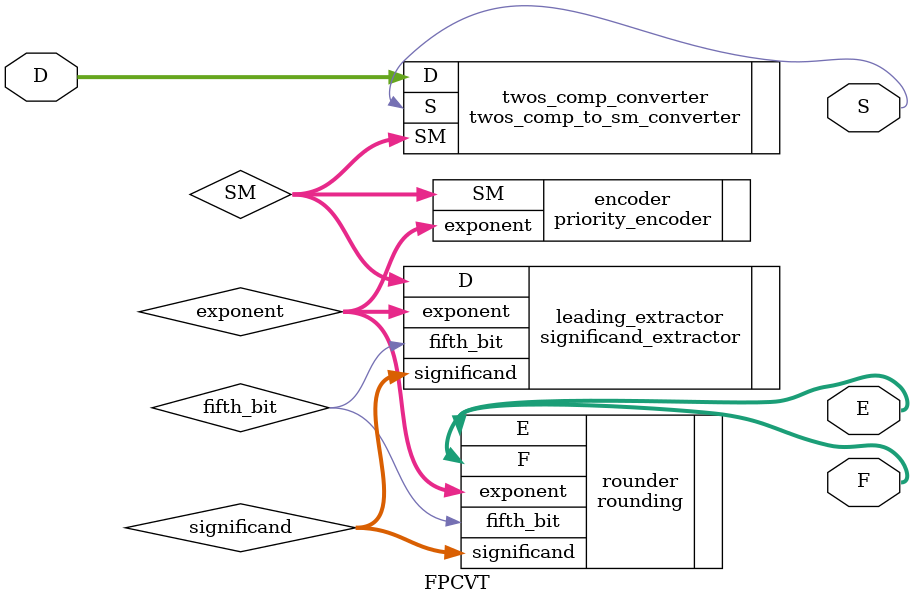
<source format=v>
`timescale 1ns / 1ps
`default_nettype none
module FPCVT(
    input wire [11:0] D,
    output wire [3:0]  F,
    output wire [2:0]  E,
    output wire        S
    );

    
    wire [11:0] SM;
    wire [2:0] exponent;
    wire [3:0] significand;
    wire fifth_bit;

	twos_comp_to_sm_converter twos_comp_converter (
		.D(D), 
		.S(S), 
		.SM(SM)
	);

   priority_encoder encoder (
			 .SM(SM), 
			 .exponent(exponent)
			 );
         
	significand_extractor leading_extractor (
		.D(SM), 
		.exponent(exponent), 
		.significand(significand), 
		.fifth_bit(fifth_bit)
	);
   
   rounding rounder (
		 .exponent(exponent), 
		 .significand(significand), 
		 .fifth_bit(fifth_bit), 
		 .E(E), 
		 .F(F)
		 );

endmodule

</source>
